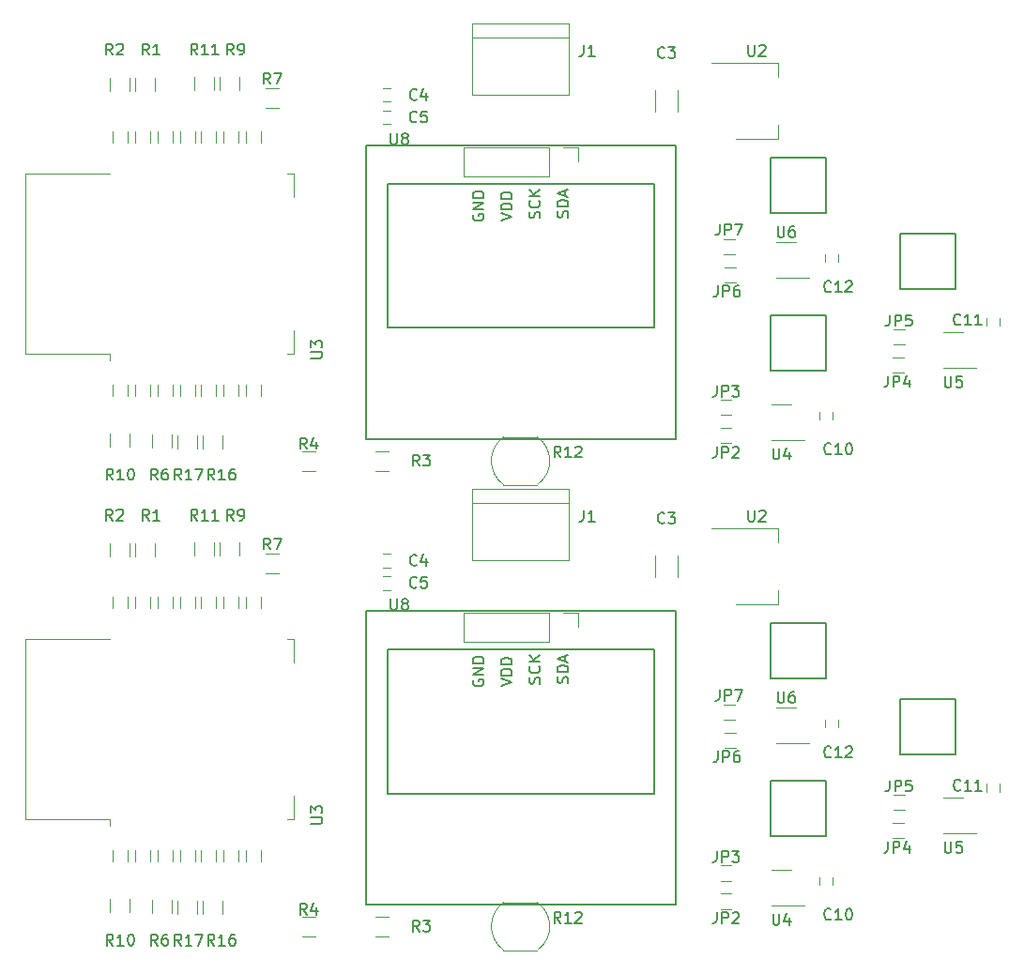
<source format=gto>
%MOIN*%
%OFA0B0*%
%FSLAX46Y46*%
%IPPOS*%
%LPD*%
%ADD10C,0.0047244094488188976*%
%ADD11C,0.005905511811023622*%
%ADD22C,0.0047244094488188976*%
%ADD23C,0.005905511811023622*%
%LPD*%
D10*
X0000192125Y0002160629D02*
X0000192125Y0002800000D01*
X0000192125Y0002800000D02*
X0000492125Y0002800000D01*
X0001122047Y0002800000D02*
X0001146456Y0002800000D01*
X0001146456Y0002800000D02*
X0001146456Y0002716535D01*
X0001146456Y0002244094D02*
X0001146456Y0002160629D01*
X0001146456Y0002160629D02*
X0001122047Y0002160629D01*
X0000492125Y0002160629D02*
X0000192125Y0002160629D01*
X0000492125Y0002160629D02*
X0000492125Y0002136614D01*
X0002155669Y0002895354D02*
X0002155669Y0002842992D01*
X0002103307Y0002895354D02*
X0002155669Y0002895354D01*
X0002053307Y0002895354D02*
X0002053307Y0002790629D01*
X0002053307Y0002790629D02*
X0001750944Y0002790629D01*
X0002053307Y0002895354D02*
X0001750944Y0002895354D01*
X0001750944Y0002895354D02*
X0001750944Y0002790629D01*
D11*
X0002504488Y0002902047D02*
X0001402125Y0002902047D01*
X0001402125Y0002902047D02*
X0001402125Y0001858740D01*
X0001402125Y0001858740D02*
X0002504488Y0001858740D01*
X0002504488Y0001858740D02*
X0002504488Y0002902047D01*
X0002425748Y0002764251D02*
X0001480866Y0002764251D01*
X0001480866Y0002764251D02*
X0001480866Y0002252440D01*
X0001480866Y0002252440D02*
X0002425748Y0002252440D01*
X0002425748Y0002252440D02*
X0002425748Y0002764251D01*
D10*
X0001463425Y0003023110D02*
X0001490984Y0003023110D01*
X0001490984Y0002975866D02*
X0001463425Y0002975866D01*
X0001490984Y0003055866D02*
X0001463425Y0003055866D01*
X0001463425Y0003103110D02*
X0001490984Y0003103110D01*
X0000795275Y0002050944D02*
X0000795275Y0002011574D01*
X0000741732Y0002011574D02*
X0000741732Y0002050944D01*
X0000976732Y0002911574D02*
X0000976732Y0002950944D01*
X0001030275Y0002950944D02*
X0001030275Y0002911574D01*
X0000870275Y0002050944D02*
X0000870275Y0002011574D01*
X0000816732Y0002011574D02*
X0000816732Y0002050944D01*
X0001030275Y0002050944D02*
X0001030275Y0002011574D01*
X0000976732Y0002011574D02*
X0000976732Y0002050944D01*
X0000950275Y0002050944D02*
X0000950275Y0002011574D01*
X0000896732Y0002011574D02*
X0000896732Y0002050944D01*
X0000661732Y0002911574D02*
X0000661732Y0002950944D01*
X0000715275Y0002950944D02*
X0000715275Y0002911574D01*
X0000741732Y0002911574D02*
X0000741732Y0002950944D01*
X0000795275Y0002950944D02*
X0000795275Y0002911574D01*
X0000581732Y0002911574D02*
X0000581732Y0002950944D01*
X0000635275Y0002950944D02*
X0000635275Y0002911574D01*
X0000896732Y0002911574D02*
X0000896732Y0002950944D01*
X0000950275Y0002950944D02*
X0000950275Y0002911574D01*
X0000501732Y0002911574D02*
X0000501732Y0002950944D01*
X0000555275Y0002950944D02*
X0000555275Y0002911574D01*
X0000816732Y0002911574D02*
X0000816732Y0002950944D01*
X0000870275Y0002950944D02*
X0000870275Y0002911574D01*
X0000581732Y0002011574D02*
X0000581732Y0002050944D01*
X0000635275Y0002050944D02*
X0000635275Y0002011574D01*
X0000661732Y0002011574D02*
X0000661732Y0002050944D01*
X0000715275Y0002050944D02*
X0000715275Y0002011574D01*
X0000501732Y0002011574D02*
X0000501732Y0002050944D01*
X0000555275Y0002050944D02*
X0000555275Y0002011574D01*
X0002711496Y0002514834D02*
X0002672125Y0002514834D01*
X0002672125Y0002568377D02*
X0002711496Y0002568377D01*
X0002714803Y0002414834D02*
X0002675433Y0002414834D01*
X0002675433Y0002468377D02*
X0002714803Y0002468377D01*
X0003315511Y0002193543D02*
X0003276141Y0002193543D01*
X0003276141Y0002247086D02*
X0003315511Y0002247086D01*
X0003311574Y0002093543D02*
X0003272204Y0002093543D01*
X0003272204Y0002147086D02*
X0003311574Y0002147086D01*
X0002701338Y0001942362D02*
X0002661968Y0001942362D01*
X0002661968Y0001995905D02*
X0002701338Y0001995905D01*
X0002701338Y0001842362D02*
X0002661968Y0001842362D01*
X0002661968Y0001895905D02*
X0002701338Y0001895905D01*
X0002509448Y0003019842D02*
X0002509448Y0003098582D01*
X0002429133Y0003098582D02*
X0002429133Y0003019842D01*
X0003059606Y0001954094D02*
X0003059606Y0001926535D01*
X0003012362Y0001926535D02*
X0003012362Y0001954094D01*
X0003605669Y0002259133D02*
X0003605669Y0002286692D01*
X0003652913Y0002286692D02*
X0003652913Y0002259133D01*
X0003031496Y0002486535D02*
X0003031496Y0002514094D01*
X0003078740Y0002514094D02*
X0003078740Y0002486535D01*
X0002123622Y0003332874D02*
X0002123622Y0003080511D01*
X0001781102Y0003284448D02*
X0002123622Y0003284448D01*
X0001781102Y0003080511D02*
X0001781102Y0003332874D01*
X0002123622Y0003080511D02*
X0001781102Y0003080511D01*
X0002123622Y0003332874D02*
X0001781102Y0003332874D01*
D11*
X0002839159Y0002101914D02*
X0002839159Y0002298714D01*
X0003035959Y0002101914D02*
X0002839159Y0002101914D01*
X0003035959Y0002298714D02*
X0003035959Y0002101914D01*
X0002839159Y0002298714D02*
X0003035959Y0002298714D01*
X0003300891Y0002587061D02*
X0003497691Y0002587061D01*
X0003497691Y0002587061D02*
X0003497691Y0002390261D01*
X0003497691Y0002390261D02*
X0003300891Y0002390261D01*
X0003300891Y0002390261D02*
X0003300891Y0002587061D01*
X0002839159Y0002661914D02*
X0002839159Y0002858714D01*
X0003035959Y0002661914D02*
X0002839159Y0002661914D01*
X0003035959Y0002858714D02*
X0003035959Y0002661914D01*
X0002839159Y0002858714D02*
X0003035959Y0002858714D01*
D10*
X0000653937Y0003140787D02*
X0000653937Y0003093543D01*
X0000584645Y0003093543D02*
X0000584645Y0003140787D01*
X0000563937Y0003140787D02*
X0000563937Y0003093543D01*
X0000494645Y0003093543D02*
X0000494645Y0003140787D01*
X0001482913Y0001745669D02*
X0001435669Y0001745669D01*
X0001435669Y0001814960D02*
X0001482913Y0001814960D01*
X0001175669Y0001814960D02*
X0001222913Y0001814960D01*
X0001222913Y0001745669D02*
X0001175669Y0001745669D01*
X0000644645Y0001826692D02*
X0000644645Y0001873937D01*
X0000713937Y0001873937D02*
X0000713937Y0001826692D01*
X0001045669Y0003104960D02*
X0001092913Y0003104960D01*
X0001092913Y0003035669D02*
X0001045669Y0003035669D01*
X0000884645Y0003096692D02*
X0000884645Y0003143937D01*
X0000953937Y0003143937D02*
X0000953937Y0003096692D01*
X0000563937Y0001877086D02*
X0000563937Y0001829842D01*
X0000494645Y0001829842D02*
X0000494645Y0001877086D01*
X0000863937Y0003143937D02*
X0000863937Y0003096692D01*
X0000794645Y0003096692D02*
X0000794645Y0003143937D01*
X0002013169Y0001696919D02*
G75*
G03X0002011417Y0001864960I-0000060807J0000083395D01*
G01*
X0001892195Y0001865571D02*
G75*
G03X0001891338Y0001695669I0000060166J-0000085256D01*
G01*
X0001891338Y0001864960D02*
X0002011417Y0001864960D01*
X0001891338Y0001695669D02*
X0002011417Y0001695669D01*
X0000824645Y0001823543D02*
X0000824645Y0001870787D01*
X0000893937Y0001870787D02*
X0000893937Y0001823543D01*
X0000803937Y0001870787D02*
X0000803937Y0001823543D01*
X0000734645Y0001823543D02*
X0000734645Y0001870787D01*
X0002628976Y0003193464D02*
X0002865590Y0003193464D01*
X0002717559Y0002924960D02*
X0002865590Y0002924960D01*
X0002865590Y0003193464D02*
X0002865590Y0003143858D01*
X0002865590Y0002924960D02*
X0002865590Y0002974566D01*
X0002913937Y0001981181D02*
X0002843070Y0001981181D01*
X0002843070Y0001854409D02*
X0002959212Y0001854409D01*
X0003453307Y0002110314D02*
X0003569448Y0002110314D01*
X0003524173Y0002237086D02*
X0003453307Y0002237086D01*
X0002859685Y0002429480D02*
X0002975826Y0002429480D01*
X0002930551Y0002556251D02*
X0002859685Y0002556251D01*
D11*
X0001207731Y0002145318D02*
X0001239602Y0002145318D01*
X0001243352Y0002147193D01*
X0001245226Y0002149068D01*
X0001247101Y0002152817D01*
X0001247101Y0002160316D01*
X0001245226Y0002164066D01*
X0001243352Y0002165941D01*
X0001239602Y0002167815D01*
X0001207731Y0002167815D01*
X0001207731Y0002182814D02*
X0001207731Y0002207185D01*
X0001222729Y0002194062D01*
X0001222729Y0002199686D01*
X0001224604Y0002203436D01*
X0001226479Y0002205311D01*
X0001230228Y0002207185D01*
X0001239602Y0002207185D01*
X0001243352Y0002205311D01*
X0001245226Y0002203436D01*
X0001247101Y0002199686D01*
X0001247101Y0002188438D01*
X0001245226Y0002184688D01*
X0001243352Y0002182814D01*
X0001490239Y0002943292D02*
X0001490239Y0002911421D01*
X0001492114Y0002907671D01*
X0001493989Y0002905796D01*
X0001497738Y0002903922D01*
X0001505238Y0002903922D01*
X0001508987Y0002905796D01*
X0001510862Y0002907671D01*
X0001512737Y0002911421D01*
X0001512737Y0002943292D01*
X0001537109Y0002926419D02*
X0001533359Y0002928293D01*
X0001531484Y0002930168D01*
X0001529610Y0002933918D01*
X0001529610Y0002935793D01*
X0001531484Y0002939542D01*
X0001533359Y0002941417D01*
X0001537109Y0002943292D01*
X0001544608Y0002943292D01*
X0001548357Y0002941417D01*
X0001550232Y0002939542D01*
X0001552107Y0002935793D01*
X0001552107Y0002933918D01*
X0001550232Y0002930168D01*
X0001548357Y0002928293D01*
X0001544608Y0002926419D01*
X0001537109Y0002926419D01*
X0001533359Y0002924544D01*
X0001531484Y0002922669D01*
X0001529610Y0002918920D01*
X0001529610Y0002911421D01*
X0001531484Y0002907671D01*
X0001533359Y0002905796D01*
X0001537109Y0002903922D01*
X0001544608Y0002903922D01*
X0001548357Y0002905796D01*
X0001550232Y0002907671D01*
X0001552107Y0002911421D01*
X0001552107Y0002918920D01*
X0001550232Y0002922669D01*
X0001548357Y0002924544D01*
X0001544608Y0002926419D01*
X0001783622Y0002655515D02*
X0001781747Y0002651766D01*
X0001781747Y0002646141D01*
X0001783622Y0002640517D01*
X0001787371Y0002636767D01*
X0001791121Y0002634893D01*
X0001798620Y0002633018D01*
X0001804244Y0002633018D01*
X0001811743Y0002634893D01*
X0001815493Y0002636767D01*
X0001819242Y0002640517D01*
X0001821117Y0002646141D01*
X0001821117Y0002649891D01*
X0001819242Y0002655515D01*
X0001817367Y0002657390D01*
X0001804244Y0002657390D01*
X0001804244Y0002649891D01*
X0001821117Y0002674263D02*
X0001781747Y0002674263D01*
X0001821117Y0002696760D01*
X0001781747Y0002696760D01*
X0001821117Y0002715508D02*
X0001781747Y0002715508D01*
X0001781747Y0002724881D01*
X0001783622Y0002730506D01*
X0001787371Y0002734255D01*
X0001791121Y0002736130D01*
X0001798620Y0002738005D01*
X0001804244Y0002738005D01*
X0001811743Y0002736130D01*
X0001815493Y0002734255D01*
X0001819242Y0002730506D01*
X0001821117Y0002724881D01*
X0001821117Y0002715508D01*
X0001881747Y0002633018D02*
X0001921117Y0002646141D01*
X0001881747Y0002659265D01*
X0001921117Y0002672388D02*
X0001881747Y0002672388D01*
X0001881747Y0002681762D01*
X0001883622Y0002687386D01*
X0001887371Y0002691136D01*
X0001891121Y0002693010D01*
X0001898620Y0002694885D01*
X0001904244Y0002694885D01*
X0001911743Y0002693010D01*
X0001915493Y0002691136D01*
X0001919242Y0002687386D01*
X0001921117Y0002681762D01*
X0001921117Y0002672388D01*
X0001921117Y0002711758D02*
X0001881747Y0002711758D01*
X0001881747Y0002721132D01*
X0001883622Y0002726756D01*
X0001887371Y0002730506D01*
X0001891121Y0002732380D01*
X0001898620Y0002734255D01*
X0001904244Y0002734255D01*
X0001911743Y0002732380D01*
X0001915493Y0002730506D01*
X0001919242Y0002726756D01*
X0001921117Y0002721132D01*
X0001921117Y0002711758D01*
X0002119242Y0002645185D02*
X0002121117Y0002650809D01*
X0002121117Y0002660183D01*
X0002119242Y0002663933D01*
X0002117367Y0002665808D01*
X0002113618Y0002667682D01*
X0002109868Y0002667682D01*
X0002106119Y0002665808D01*
X0002104244Y0002663933D01*
X0002102369Y0002660183D01*
X0002100494Y0002652684D01*
X0002098620Y0002648935D01*
X0002096745Y0002647060D01*
X0002092995Y0002645185D01*
X0002089246Y0002645185D01*
X0002085496Y0002647060D01*
X0002083622Y0002648935D01*
X0002081747Y0002652684D01*
X0002081747Y0002662058D01*
X0002083622Y0002667682D01*
X0002121117Y0002684555D02*
X0002081747Y0002684555D01*
X0002081747Y0002693929D01*
X0002083622Y0002699553D01*
X0002087371Y0002703303D01*
X0002091121Y0002705178D01*
X0002098620Y0002707052D01*
X0002104244Y0002707052D01*
X0002111743Y0002705178D01*
X0002115493Y0002703303D01*
X0002119242Y0002699553D01*
X0002121117Y0002693929D01*
X0002121117Y0002684555D01*
X0002109868Y0002722051D02*
X0002109868Y0002740798D01*
X0002121117Y0002718301D02*
X0002081747Y0002731424D01*
X0002121117Y0002744548D01*
X0002019242Y0002642373D02*
X0002021117Y0002647997D01*
X0002021117Y0002657371D01*
X0002019242Y0002661121D01*
X0002017367Y0002662995D01*
X0002013618Y0002664870D01*
X0002009868Y0002664870D01*
X0002006119Y0002662995D01*
X0002004244Y0002661121D01*
X0002002369Y0002657371D01*
X0002000494Y0002649872D01*
X0001998620Y0002646122D01*
X0001996745Y0002644248D01*
X0001992995Y0002642373D01*
X0001989246Y0002642373D01*
X0001985496Y0002644248D01*
X0001983622Y0002646122D01*
X0001981747Y0002649872D01*
X0001981747Y0002659246D01*
X0001983622Y0002664870D01*
X0002017367Y0002704240D02*
X0002019242Y0002702365D01*
X0002021117Y0002696741D01*
X0002021117Y0002692992D01*
X0002019242Y0002687367D01*
X0002015493Y0002683618D01*
X0002011743Y0002681743D01*
X0002004244Y0002679868D01*
X0001998620Y0002679868D01*
X0001991121Y0002681743D01*
X0001987371Y0002683618D01*
X0001983622Y0002687367D01*
X0001981747Y0002692992D01*
X0001981747Y0002696741D01*
X0001983622Y0002702365D01*
X0001985496Y0002704240D01*
X0002021117Y0002721113D02*
X0001981747Y0002721113D01*
X0002021117Y0002743610D02*
X0001998620Y0002726737D01*
X0001981747Y0002743610D02*
X0002004244Y0002721113D01*
X0001582729Y0002986254D02*
X0001580854Y0002984379D01*
X0001575230Y0002982504D01*
X0001571481Y0002982504D01*
X0001565856Y0002984379D01*
X0001562107Y0002988129D01*
X0001560232Y0002991878D01*
X0001558357Y0002999377D01*
X0001558357Y0003005001D01*
X0001560232Y0003012500D01*
X0001562107Y0003016250D01*
X0001565856Y0003020000D01*
X0001571481Y0003021874D01*
X0001575230Y0003021874D01*
X0001580854Y0003020000D01*
X0001582729Y0003018125D01*
X0001618350Y0003021874D02*
X0001599602Y0003021874D01*
X0001597727Y0003003127D01*
X0001599602Y0003005001D01*
X0001603352Y0003006876D01*
X0001612725Y0003006876D01*
X0001616475Y0003005001D01*
X0001618350Y0003003127D01*
X0001620224Y0002999377D01*
X0001620224Y0002990003D01*
X0001618350Y0002986254D01*
X0001616475Y0002984379D01*
X0001612725Y0002982504D01*
X0001603352Y0002982504D01*
X0001599602Y0002984379D01*
X0001597727Y0002986254D01*
X0001582729Y0003065427D02*
X0001580854Y0003063552D01*
X0001575230Y0003061677D01*
X0001571481Y0003061677D01*
X0001565856Y0003063552D01*
X0001562107Y0003067302D01*
X0001560232Y0003071051D01*
X0001558357Y0003078550D01*
X0001558357Y0003084175D01*
X0001560232Y0003091674D01*
X0001562107Y0003095423D01*
X0001565856Y0003099173D01*
X0001571481Y0003101048D01*
X0001575230Y0003101048D01*
X0001580854Y0003099173D01*
X0001582729Y0003097298D01*
X0001616475Y0003087924D02*
X0001616475Y0003061677D01*
X0001607101Y0003102922D02*
X0001597727Y0003074801D01*
X0001622099Y0003074801D01*
X0002659002Y0002621874D02*
X0002659002Y0002593753D01*
X0002657127Y0002588129D01*
X0002653378Y0002584379D01*
X0002647754Y0002582504D01*
X0002644004Y0002582504D01*
X0002677750Y0002582504D02*
X0002677750Y0002621874D01*
X0002692748Y0002621874D01*
X0002696497Y0002620000D01*
X0002698372Y0002618125D01*
X0002700247Y0002614375D01*
X0002700247Y0002608751D01*
X0002698372Y0002605001D01*
X0002696497Y0002603127D01*
X0002692748Y0002601252D01*
X0002677750Y0002601252D01*
X0002713370Y0002621874D02*
X0002739617Y0002621874D01*
X0002722744Y0002582504D01*
X0002652309Y0002403166D02*
X0002652309Y0002375044D01*
X0002650434Y0002369420D01*
X0002646685Y0002365670D01*
X0002641061Y0002363796D01*
X0002637311Y0002363796D01*
X0002671057Y0002363796D02*
X0002671057Y0002403166D01*
X0002686055Y0002403166D01*
X0002689805Y0002401291D01*
X0002691679Y0002399416D01*
X0002693554Y0002395667D01*
X0002693554Y0002390042D01*
X0002691679Y0002386293D01*
X0002689805Y0002384418D01*
X0002686055Y0002382543D01*
X0002671057Y0002382543D01*
X0002727300Y0002403166D02*
X0002719801Y0002403166D01*
X0002716051Y0002401291D01*
X0002714176Y0002399416D01*
X0002710427Y0002393792D01*
X0002708552Y0002386293D01*
X0002708552Y0002371295D01*
X0002710427Y0002367545D01*
X0002712302Y0002365670D01*
X0002716051Y0002363796D01*
X0002723550Y0002363796D01*
X0002727300Y0002365670D01*
X0002729175Y0002367545D01*
X0002731049Y0002371295D01*
X0002731049Y0002380668D01*
X0002729175Y0002384418D01*
X0002727300Y0002386293D01*
X0002723550Y0002388167D01*
X0002716051Y0002388167D01*
X0002712302Y0002386293D01*
X0002710427Y0002384418D01*
X0002708552Y0002380668D01*
X0003263018Y0002298961D02*
X0003263018Y0002270839D01*
X0003261143Y0002265215D01*
X0003257394Y0002261466D01*
X0003251769Y0002259591D01*
X0003248020Y0002259591D01*
X0003281766Y0002259591D02*
X0003281766Y0002298961D01*
X0003296764Y0002298961D01*
X0003300513Y0002297086D01*
X0003302388Y0002295211D01*
X0003304263Y0002291462D01*
X0003304263Y0002285838D01*
X0003302388Y0002282088D01*
X0003300513Y0002280213D01*
X0003296764Y0002278338D01*
X0003281766Y0002278338D01*
X0003339883Y0002298961D02*
X0003321136Y0002298961D01*
X0003319261Y0002280213D01*
X0003321136Y0002282088D01*
X0003324885Y0002283963D01*
X0003334259Y0002283963D01*
X0003338008Y0002282088D01*
X0003339883Y0002280213D01*
X0003341758Y0002276464D01*
X0003341758Y0002267090D01*
X0003339883Y0002263340D01*
X0003338008Y0002261466D01*
X0003334259Y0002259591D01*
X0003324885Y0002259591D01*
X0003321136Y0002261466D01*
X0003319261Y0002263340D01*
X0003256482Y0002081874D02*
X0003256482Y0002053753D01*
X0003254608Y0002048129D01*
X0003250858Y0002044379D01*
X0003245234Y0002042504D01*
X0003241484Y0002042504D01*
X0003275230Y0002042504D02*
X0003275230Y0002081874D01*
X0003290228Y0002081874D01*
X0003293978Y0002080000D01*
X0003295852Y0002078125D01*
X0003297727Y0002074375D01*
X0003297727Y0002068751D01*
X0003295852Y0002065001D01*
X0003293978Y0002063127D01*
X0003290228Y0002061252D01*
X0003275230Y0002061252D01*
X0003331473Y0002068751D02*
X0003331473Y0002042504D01*
X0003322099Y0002083749D02*
X0003312725Y0002055628D01*
X0003337097Y0002055628D01*
X0002648845Y0002047780D02*
X0002648845Y0002019658D01*
X0002646970Y0002014034D01*
X0002643220Y0002010285D01*
X0002637596Y0002008410D01*
X0002633847Y0002008410D01*
X0002667592Y0002008410D02*
X0002667592Y0002047780D01*
X0002682590Y0002047780D01*
X0002686340Y0002045905D01*
X0002688215Y0002044030D01*
X0002690089Y0002040281D01*
X0002690089Y0002034656D01*
X0002688215Y0002030907D01*
X0002686340Y0002029032D01*
X0002682590Y0002027157D01*
X0002667592Y0002027157D01*
X0002703213Y0002047780D02*
X0002727585Y0002047780D01*
X0002714461Y0002032782D01*
X0002720086Y0002032782D01*
X0002723835Y0002030907D01*
X0002725710Y0002029032D01*
X0002727585Y0002025283D01*
X0002727585Y0002015909D01*
X0002725710Y0002012159D01*
X0002723835Y0002010285D01*
X0002720086Y0002008410D01*
X0002708837Y0002008410D01*
X0002705088Y0002010285D01*
X0002703213Y0002012159D01*
X0002648845Y0001830693D02*
X0002648845Y0001802572D01*
X0002646970Y0001796947D01*
X0002643220Y0001793198D01*
X0002637596Y0001791323D01*
X0002633847Y0001791323D01*
X0002667592Y0001791323D02*
X0002667592Y0001830693D01*
X0002682590Y0001830693D01*
X0002686340Y0001828818D01*
X0002688215Y0001826944D01*
X0002690089Y0001823194D01*
X0002690089Y0001817570D01*
X0002688215Y0001813820D01*
X0002686340Y0001811946D01*
X0002682590Y0001810071D01*
X0002667592Y0001810071D01*
X0002705088Y0001826944D02*
X0002706962Y0001828818D01*
X0002710712Y0001830693D01*
X0002720086Y0001830693D01*
X0002723835Y0001828818D01*
X0002725710Y0001826944D01*
X0002727585Y0001823194D01*
X0002727585Y0001819445D01*
X0002725710Y0001813820D01*
X0002703213Y0001791323D01*
X0002727585Y0001791323D01*
X0002462729Y0003215151D02*
X0002460854Y0003213277D01*
X0002455230Y0003211402D01*
X0002451481Y0003211402D01*
X0002445856Y0003213277D01*
X0002442107Y0003217026D01*
X0002440232Y0003220776D01*
X0002438357Y0003228275D01*
X0002438357Y0003233899D01*
X0002440232Y0003241398D01*
X0002442107Y0003245148D01*
X0002445856Y0003248897D01*
X0002451481Y0003250772D01*
X0002455230Y0003250772D01*
X0002460854Y0003248897D01*
X0002462729Y0003247022D01*
X0002475852Y0003250772D02*
X0002500224Y0003250772D01*
X0002487101Y0003235774D01*
X0002492725Y0003235774D01*
X0002496475Y0003233899D01*
X0002498350Y0003232024D01*
X0002500224Y0003228275D01*
X0002500224Y0003218901D01*
X0002498350Y0003215151D01*
X0002496475Y0003213277D01*
X0002492725Y0003211402D01*
X0002481477Y0003211402D01*
X0002477727Y0003213277D01*
X0002475852Y0003215151D01*
X0003053981Y0001807435D02*
X0003052107Y0001805560D01*
X0003046482Y0001803685D01*
X0003042733Y0001803685D01*
X0003037109Y0001805560D01*
X0003033359Y0001809310D01*
X0003031484Y0001813059D01*
X0003029610Y0001820558D01*
X0003029610Y0001826182D01*
X0003031484Y0001833682D01*
X0003033359Y0001837431D01*
X0003037109Y0001841181D01*
X0003042733Y0001843055D01*
X0003046482Y0001843055D01*
X0003052107Y0001841181D01*
X0003053981Y0001839306D01*
X0003091477Y0001803685D02*
X0003068980Y0001803685D01*
X0003080228Y0001803685D02*
X0003080228Y0001843055D01*
X0003076479Y0001837431D01*
X0003072729Y0001833682D01*
X0003068980Y0001831807D01*
X0003115849Y0001843055D02*
X0003119598Y0001843055D01*
X0003123348Y0001841181D01*
X0003125223Y0001839306D01*
X0003127097Y0001835556D01*
X0003128972Y0001828057D01*
X0003128972Y0001818683D01*
X0003127097Y0001811184D01*
X0003125223Y0001807435D01*
X0003123348Y0001805560D01*
X0003119598Y0001803685D01*
X0003115849Y0001803685D01*
X0003112099Y0001805560D01*
X0003110224Y0001807435D01*
X0003108350Y0001811184D01*
X0003106475Y0001818683D01*
X0003106475Y0001828057D01*
X0003108350Y0001835556D01*
X0003110224Y0001839306D01*
X0003112099Y0001841181D01*
X0003115849Y0001843055D01*
X0003513981Y0002266254D02*
X0003512107Y0002264379D01*
X0003506482Y0002262504D01*
X0003502733Y0002262504D01*
X0003497109Y0002264379D01*
X0003493359Y0002268129D01*
X0003491484Y0002271878D01*
X0003489610Y0002279377D01*
X0003489610Y0002285001D01*
X0003491484Y0002292500D01*
X0003493359Y0002296250D01*
X0003497109Y0002300000D01*
X0003502733Y0002301874D01*
X0003506482Y0002301874D01*
X0003512107Y0002300000D01*
X0003513981Y0002298125D01*
X0003551477Y0002262504D02*
X0003528980Y0002262504D01*
X0003540228Y0002262504D02*
X0003540228Y0002301874D01*
X0003536479Y0002296250D01*
X0003532729Y0002292500D01*
X0003528980Y0002290626D01*
X0003588972Y0002262504D02*
X0003566475Y0002262504D01*
X0003577724Y0002262504D02*
X0003577724Y0002301874D01*
X0003573974Y0002296250D01*
X0003570224Y0002292500D01*
X0003566475Y0002290626D01*
X0003053981Y0002383703D02*
X0003052107Y0002381828D01*
X0003046482Y0002379953D01*
X0003042733Y0002379953D01*
X0003037109Y0002381828D01*
X0003033359Y0002385577D01*
X0003031484Y0002389327D01*
X0003029610Y0002396826D01*
X0003029610Y0002402450D01*
X0003031484Y0002409949D01*
X0003033359Y0002413699D01*
X0003037109Y0002417448D01*
X0003042733Y0002419323D01*
X0003046482Y0002419323D01*
X0003052107Y0002417448D01*
X0003053981Y0002415574D01*
X0003091477Y0002379953D02*
X0003068980Y0002379953D01*
X0003080228Y0002379953D02*
X0003080228Y0002419323D01*
X0003076479Y0002413699D01*
X0003072729Y0002409949D01*
X0003068980Y0002408075D01*
X0003106475Y0002415574D02*
X0003108350Y0002417448D01*
X0003112099Y0002419323D01*
X0003121473Y0002419323D01*
X0003125223Y0002417448D01*
X0003127097Y0002415574D01*
X0003128972Y0002411824D01*
X0003128972Y0002408075D01*
X0003127097Y0002402450D01*
X0003104600Y0002379953D01*
X0003128972Y0002379953D01*
X0002176404Y0003258252D02*
X0002176404Y0003230131D01*
X0002174529Y0003224506D01*
X0002170779Y0003220757D01*
X0002165155Y0003218882D01*
X0002161406Y0003218882D01*
X0002215774Y0003218882D02*
X0002193277Y0003218882D01*
X0002204525Y0003218882D02*
X0002204525Y0003258252D01*
X0002200776Y0003252628D01*
X0002197026Y0003248878D01*
X0002193277Y0003247004D01*
X0000632729Y0003222504D02*
X0000619606Y0003241252D01*
X0000610232Y0003222504D02*
X0000610232Y0003261874D01*
X0000625230Y0003261874D01*
X0000628980Y0003260000D01*
X0000630854Y0003258125D01*
X0000632729Y0003254375D01*
X0000632729Y0003248751D01*
X0000630854Y0003245001D01*
X0000628980Y0003243127D01*
X0000625230Y0003241252D01*
X0000610232Y0003241252D01*
X0000670224Y0003222504D02*
X0000647727Y0003222504D01*
X0000658976Y0003222504D02*
X0000658976Y0003261874D01*
X0000655226Y0003256250D01*
X0000651477Y0003252500D01*
X0000647727Y0003250626D01*
X0000502729Y0003222504D02*
X0000489606Y0003241252D01*
X0000480232Y0003222504D02*
X0000480232Y0003261874D01*
X0000495230Y0003261874D01*
X0000498980Y0003260000D01*
X0000500854Y0003258125D01*
X0000502729Y0003254375D01*
X0000502729Y0003248751D01*
X0000500854Y0003245001D01*
X0000498980Y0003243127D01*
X0000495230Y0003241252D01*
X0000480232Y0003241252D01*
X0000517727Y0003258125D02*
X0000519602Y0003260000D01*
X0000523352Y0003261874D01*
X0000532725Y0003261874D01*
X0000536475Y0003260000D01*
X0000538350Y0003258125D01*
X0000540224Y0003254375D01*
X0000540224Y0003250626D01*
X0000538350Y0003245001D01*
X0000515852Y0003222504D01*
X0000540224Y0003222504D01*
X0001592729Y0001762504D02*
X0001579606Y0001781252D01*
X0001570232Y0001762504D02*
X0001570232Y0001801874D01*
X0001585230Y0001801874D01*
X0001588980Y0001800000D01*
X0001590854Y0001798125D01*
X0001592729Y0001794375D01*
X0001592729Y0001788751D01*
X0001590854Y0001785001D01*
X0001588980Y0001783127D01*
X0001585230Y0001781252D01*
X0001570232Y0001781252D01*
X0001605852Y0001801874D02*
X0001630224Y0001801874D01*
X0001617101Y0001786876D01*
X0001622725Y0001786876D01*
X0001626475Y0001785001D01*
X0001628350Y0001783127D01*
X0001630224Y0001779377D01*
X0001630224Y0001770003D01*
X0001628350Y0001766254D01*
X0001626475Y0001764379D01*
X0001622725Y0001762504D01*
X0001611477Y0001762504D01*
X0001607727Y0001764379D01*
X0001605852Y0001766254D01*
X0001192729Y0001822504D02*
X0001179606Y0001841252D01*
X0001170232Y0001822504D02*
X0001170232Y0001861874D01*
X0001185230Y0001861874D01*
X0001188980Y0001860000D01*
X0001190854Y0001858125D01*
X0001192729Y0001854375D01*
X0001192729Y0001848751D01*
X0001190854Y0001845001D01*
X0001188980Y0001843127D01*
X0001185230Y0001841252D01*
X0001170232Y0001841252D01*
X0001226475Y0001848751D02*
X0001226475Y0001822504D01*
X0001217101Y0001863749D02*
X0001207727Y0001835628D01*
X0001232099Y0001835628D01*
X0000662729Y0001712504D02*
X0000649606Y0001731252D01*
X0000640232Y0001712504D02*
X0000640232Y0001751874D01*
X0000655230Y0001751874D01*
X0000658980Y0001750000D01*
X0000660854Y0001748125D01*
X0000662729Y0001744375D01*
X0000662729Y0001738751D01*
X0000660854Y0001735001D01*
X0000658980Y0001733127D01*
X0000655230Y0001731252D01*
X0000640232Y0001731252D01*
X0000696475Y0001751874D02*
X0000688976Y0001751874D01*
X0000685226Y0001750000D01*
X0000683352Y0001748125D01*
X0000679602Y0001742500D01*
X0000677727Y0001735001D01*
X0000677727Y0001720003D01*
X0000679602Y0001716254D01*
X0000681477Y0001714379D01*
X0000685226Y0001712504D01*
X0000692725Y0001712504D01*
X0000696475Y0001714379D01*
X0000698350Y0001716254D01*
X0000700224Y0001720003D01*
X0000700224Y0001729377D01*
X0000698350Y0001733127D01*
X0000696475Y0001735001D01*
X0000692725Y0001736876D01*
X0000685226Y0001736876D01*
X0000681477Y0001735001D01*
X0000679602Y0001733127D01*
X0000677727Y0001729377D01*
X0001062729Y0003119433D02*
X0001049606Y0003138181D01*
X0001040232Y0003119433D02*
X0001040232Y0003158803D01*
X0001055230Y0003158803D01*
X0001058980Y0003156929D01*
X0001060854Y0003155054D01*
X0001062729Y0003151304D01*
X0001062729Y0003145680D01*
X0001060854Y0003141931D01*
X0001058980Y0003140056D01*
X0001055230Y0003138181D01*
X0001040232Y0003138181D01*
X0001075852Y0003158803D02*
X0001102099Y0003158803D01*
X0001085226Y0003119433D01*
X0000932729Y0003222504D02*
X0000919606Y0003241252D01*
X0000910232Y0003222504D02*
X0000910232Y0003261874D01*
X0000925230Y0003261874D01*
X0000928980Y0003260000D01*
X0000930854Y0003258125D01*
X0000932729Y0003254375D01*
X0000932729Y0003248751D01*
X0000930854Y0003245001D01*
X0000928980Y0003243127D01*
X0000925230Y0003241252D01*
X0000910232Y0003241252D01*
X0000951477Y0003222504D02*
X0000958976Y0003222504D01*
X0000962725Y0003224379D01*
X0000964600Y0003226254D01*
X0000968350Y0003231878D01*
X0000970224Y0003239377D01*
X0000970224Y0003254375D01*
X0000968350Y0003258125D01*
X0000966475Y0003260000D01*
X0000962725Y0003261874D01*
X0000955226Y0003261874D01*
X0000951477Y0003260000D01*
X0000949602Y0003258125D01*
X0000947727Y0003254375D01*
X0000947727Y0003245001D01*
X0000949602Y0003241252D01*
X0000951477Y0003239377D01*
X0000955226Y0003237502D01*
X0000962725Y0003237502D01*
X0000966475Y0003239377D01*
X0000968350Y0003241252D01*
X0000970224Y0003245001D01*
X0000503981Y0001712504D02*
X0000490858Y0001731252D01*
X0000481484Y0001712504D02*
X0000481484Y0001751874D01*
X0000496482Y0001751874D01*
X0000500232Y0001750000D01*
X0000502107Y0001748125D01*
X0000503981Y0001744375D01*
X0000503981Y0001738751D01*
X0000502107Y0001735001D01*
X0000500232Y0001733127D01*
X0000496482Y0001731252D01*
X0000481484Y0001731252D01*
X0000541477Y0001712504D02*
X0000518980Y0001712504D01*
X0000530228Y0001712504D02*
X0000530228Y0001751874D01*
X0000526479Y0001746250D01*
X0000522729Y0001742500D01*
X0000518980Y0001740626D01*
X0000565849Y0001751874D02*
X0000569598Y0001751874D01*
X0000573348Y0001750000D01*
X0000575223Y0001748125D01*
X0000577097Y0001744375D01*
X0000578972Y0001736876D01*
X0000578972Y0001727502D01*
X0000577097Y0001720003D01*
X0000575223Y0001716254D01*
X0000573348Y0001714379D01*
X0000569598Y0001712504D01*
X0000565849Y0001712504D01*
X0000562099Y0001714379D01*
X0000560224Y0001716254D01*
X0000558350Y0001720003D01*
X0000556475Y0001727502D01*
X0000556475Y0001736876D01*
X0000558350Y0001744375D01*
X0000560224Y0001748125D01*
X0000562099Y0001750000D01*
X0000565849Y0001751874D01*
X0000803981Y0003222504D02*
X0000790858Y0003241252D01*
X0000781484Y0003222504D02*
X0000781484Y0003261874D01*
X0000796482Y0003261874D01*
X0000800232Y0003260000D01*
X0000802107Y0003258125D01*
X0000803981Y0003254375D01*
X0000803981Y0003248751D01*
X0000802107Y0003245001D01*
X0000800232Y0003243127D01*
X0000796482Y0003241252D01*
X0000781484Y0003241252D01*
X0000841477Y0003222504D02*
X0000818980Y0003222504D01*
X0000830228Y0003222504D02*
X0000830228Y0003261874D01*
X0000826479Y0003256250D01*
X0000822729Y0003252500D01*
X0000818980Y0003250626D01*
X0000878972Y0003222504D02*
X0000856475Y0003222504D01*
X0000867724Y0003222504D02*
X0000867724Y0003261874D01*
X0000863974Y0003256250D01*
X0000860224Y0003252500D01*
X0000856475Y0003250626D01*
X0002093981Y0001792504D02*
X0002080858Y0001811252D01*
X0002071484Y0001792504D02*
X0002071484Y0001831874D01*
X0002086482Y0001831874D01*
X0002090232Y0001830000D01*
X0002092107Y0001828125D01*
X0002093981Y0001824375D01*
X0002093981Y0001818751D01*
X0002092107Y0001815001D01*
X0002090232Y0001813127D01*
X0002086482Y0001811252D01*
X0002071484Y0001811252D01*
X0002131477Y0001792504D02*
X0002108980Y0001792504D01*
X0002120228Y0001792504D02*
X0002120228Y0001831874D01*
X0002116479Y0001826250D01*
X0002112729Y0001822500D01*
X0002108980Y0001820626D01*
X0002146475Y0001828125D02*
X0002148350Y0001830000D01*
X0002152099Y0001831874D01*
X0002161473Y0001831874D01*
X0002165223Y0001830000D01*
X0002167097Y0001828125D01*
X0002168972Y0001824375D01*
X0002168972Y0001820626D01*
X0002167097Y0001815001D01*
X0002144600Y0001792504D01*
X0002168972Y0001792504D01*
X0000863981Y0001712504D02*
X0000850858Y0001731252D01*
X0000841484Y0001712504D02*
X0000841484Y0001751874D01*
X0000856482Y0001751874D01*
X0000860232Y0001750000D01*
X0000862107Y0001748125D01*
X0000863981Y0001744375D01*
X0000863981Y0001738751D01*
X0000862107Y0001735001D01*
X0000860232Y0001733127D01*
X0000856482Y0001731252D01*
X0000841484Y0001731252D01*
X0000901477Y0001712504D02*
X0000878980Y0001712504D01*
X0000890228Y0001712504D02*
X0000890228Y0001751874D01*
X0000886479Y0001746250D01*
X0000882729Y0001742500D01*
X0000878980Y0001740626D01*
X0000935223Y0001751874D02*
X0000927724Y0001751874D01*
X0000923974Y0001750000D01*
X0000922099Y0001748125D01*
X0000918350Y0001742500D01*
X0000916475Y0001735001D01*
X0000916475Y0001720003D01*
X0000918350Y0001716254D01*
X0000920224Y0001714379D01*
X0000923974Y0001712504D01*
X0000931473Y0001712504D01*
X0000935223Y0001714379D01*
X0000937097Y0001716254D01*
X0000938972Y0001720003D01*
X0000938972Y0001729377D01*
X0000937097Y0001733127D01*
X0000935223Y0001735001D01*
X0000931473Y0001736876D01*
X0000923974Y0001736876D01*
X0000920224Y0001735001D01*
X0000918350Y0001733127D01*
X0000916475Y0001729377D01*
X0000746895Y0001712504D02*
X0000733772Y0001731252D01*
X0000724398Y0001712504D02*
X0000724398Y0001751874D01*
X0000739396Y0001751874D01*
X0000743145Y0001750000D01*
X0000745020Y0001748125D01*
X0000746895Y0001744375D01*
X0000746895Y0001738751D01*
X0000745020Y0001735001D01*
X0000743145Y0001733127D01*
X0000739396Y0001731252D01*
X0000724398Y0001731252D01*
X0000784390Y0001712504D02*
X0000761893Y0001712504D01*
X0000773142Y0001712504D02*
X0000773142Y0001751874D01*
X0000769392Y0001746250D01*
X0000765643Y0001742500D01*
X0000761893Y0001740626D01*
X0000797514Y0001751874D02*
X0000823760Y0001751874D01*
X0000806887Y0001712504D01*
X0002760397Y0003257937D02*
X0002760397Y0003226066D01*
X0002762272Y0003222317D01*
X0002764146Y0003220442D01*
X0002767896Y0003218567D01*
X0002775395Y0003218567D01*
X0002779145Y0003220442D01*
X0002781019Y0003222317D01*
X0002782894Y0003226066D01*
X0002782894Y0003257937D01*
X0002799767Y0003254188D02*
X0002801642Y0003256062D01*
X0002805391Y0003257937D01*
X0002814765Y0003257937D01*
X0002818515Y0003256062D01*
X0002820389Y0003254188D01*
X0002822264Y0003250438D01*
X0002822264Y0003246689D01*
X0002820389Y0003241064D01*
X0002797892Y0003218567D01*
X0002822264Y0003218567D01*
X0002848507Y0001825181D02*
X0002848507Y0001793310D01*
X0002850382Y0001789561D01*
X0002852257Y0001787686D01*
X0002856006Y0001785811D01*
X0002863505Y0001785811D01*
X0002867255Y0001787686D01*
X0002869130Y0001789561D01*
X0002871004Y0001793310D01*
X0002871004Y0001825181D01*
X0002906625Y0001812058D02*
X0002906625Y0001785811D01*
X0002897251Y0001827056D02*
X0002887877Y0001798935D01*
X0002912249Y0001798935D01*
X0003458743Y0002081087D02*
X0003458743Y0002049216D01*
X0003460618Y0002045466D01*
X0003462493Y0002043592D01*
X0003466242Y0002041717D01*
X0003473742Y0002041717D01*
X0003477491Y0002043592D01*
X0003479366Y0002045466D01*
X0003481241Y0002049216D01*
X0003481241Y0002081087D01*
X0003518736Y0002081087D02*
X0003499988Y0002081087D01*
X0003498113Y0002062339D01*
X0003499988Y0002064214D01*
X0003503738Y0002066089D01*
X0003513112Y0002066089D01*
X0003516861Y0002064214D01*
X0003518736Y0002062339D01*
X0003520611Y0002058590D01*
X0003520611Y0002049216D01*
X0003518736Y0002045466D01*
X0003516861Y0002043592D01*
X0003513112Y0002041717D01*
X0003503738Y0002041717D01*
X0003499988Y0002043592D01*
X0003498113Y0002045466D01*
X0002865121Y0002614425D02*
X0002865121Y0002582554D01*
X0002866996Y0002578805D01*
X0002868871Y0002576930D01*
X0002872620Y0002575055D01*
X0002880119Y0002575055D01*
X0002883869Y0002576930D01*
X0002885744Y0002578805D01*
X0002887619Y0002582554D01*
X0002887619Y0002614425D01*
X0002923239Y0002614425D02*
X0002915740Y0002614425D01*
X0002911990Y0002612551D01*
X0002910116Y0002610676D01*
X0002906366Y0002605052D01*
X0002904491Y0002597553D01*
X0002904491Y0002582554D01*
X0002906366Y0002578805D01*
X0002908241Y0002576930D01*
X0002911990Y0002575055D01*
X0002919490Y0002575055D01*
X0002923239Y0002576930D01*
X0002925114Y0002578805D01*
X0002926989Y0002582554D01*
X0002926989Y0002591928D01*
X0002925114Y0002595678D01*
X0002923239Y0002597553D01*
X0002919490Y0002599427D01*
X0002911990Y0002599427D01*
X0002908241Y0002597553D01*
X0002906366Y0002595678D01*
X0002904491Y0002591928D01*
G04 next file*
%LPD*%
G04 #@! TF.GenerationSoftware,KiCad,Pcbnew,(5.1.0)-1*
G04 #@! TF.CreationDate,2020-04-13T11:23:52+02:00*
G04 #@! TF.ProjectId,objet_chambre,6f626a65-745f-4636-9861-6d6272652e6b,rev?*
G04 #@! TF.SameCoordinates,PX9fa1b90PY2b1e160*
G04 #@! TF.FileFunction,Legend,Top*
G04 #@! TF.FilePolarity,Positive*
G04 Gerber Fmt 4.6, Leading zero omitted, Abs format (unit mm)*
G04 Created by KiCad (PCBNEW (5.1.0)-1) date 2020-04-13 11:23:52*
G04 APERTURE LIST*
G04 APERTURE END LIST*
D22*
X0000192125Y0000507086D02*
X0000192125Y0001146456D01*
X0000192125Y0001146456D02*
X0000492125Y0001146456D01*
X0001122047Y0001146456D02*
X0001146456Y0001146456D01*
X0001146456Y0001146456D02*
X0001146456Y0001062992D01*
X0001146456Y0000590551D02*
X0001146456Y0000507086D01*
X0001146456Y0000507086D02*
X0001122047Y0000507086D01*
X0000492125Y0000507086D02*
X0000192125Y0000507086D01*
X0000492125Y0000507086D02*
X0000492125Y0000483070D01*
X0002155669Y0001241811D02*
X0002155669Y0001189448D01*
X0002103307Y0001241811D02*
X0002155669Y0001241811D01*
X0002053307Y0001241811D02*
X0002053307Y0001137086D01*
X0002053307Y0001137086D02*
X0001750944Y0001137086D01*
X0002053307Y0001241811D02*
X0001750944Y0001241811D01*
X0001750944Y0001241811D02*
X0001750944Y0001137086D01*
D23*
X0002504488Y0001248503D02*
X0001402125Y0001248503D01*
X0001402125Y0001248503D02*
X0001402125Y0000205196D01*
X0001402125Y0000205196D02*
X0002504488Y0000205196D01*
X0002504488Y0000205196D02*
X0002504488Y0001248503D01*
X0002425748Y0001110708D02*
X0001480866Y0001110708D01*
X0001480866Y0001110708D02*
X0001480866Y0000598897D01*
X0001480866Y0000598897D02*
X0002425748Y0000598897D01*
X0002425748Y0000598897D02*
X0002425748Y0001110708D01*
D22*
X0001463425Y0001369566D02*
X0001490984Y0001369566D01*
X0001490984Y0001322322D02*
X0001463425Y0001322322D01*
X0001490984Y0001402322D02*
X0001463425Y0001402322D01*
X0001463425Y0001449566D02*
X0001490984Y0001449566D01*
X0000795275Y0000397401D02*
X0000795275Y0000358031D01*
X0000741732Y0000358031D02*
X0000741732Y0000397401D01*
X0000976732Y0001258031D02*
X0000976732Y0001297401D01*
X0001030275Y0001297401D02*
X0001030275Y0001258031D01*
X0000870275Y0000397401D02*
X0000870275Y0000358031D01*
X0000816732Y0000358031D02*
X0000816732Y0000397401D01*
X0001030275Y0000397401D02*
X0001030275Y0000358031D01*
X0000976732Y0000358031D02*
X0000976732Y0000397401D01*
X0000950275Y0000397401D02*
X0000950275Y0000358031D01*
X0000896732Y0000358031D02*
X0000896732Y0000397401D01*
X0000661732Y0001258031D02*
X0000661732Y0001297401D01*
X0000715275Y0001297401D02*
X0000715275Y0001258031D01*
X0000741732Y0001258031D02*
X0000741732Y0001297401D01*
X0000795275Y0001297401D02*
X0000795275Y0001258031D01*
X0000581732Y0001258031D02*
X0000581732Y0001297401D01*
X0000635275Y0001297401D02*
X0000635275Y0001258031D01*
X0000896732Y0001258031D02*
X0000896732Y0001297401D01*
X0000950275Y0001297401D02*
X0000950275Y0001258031D01*
X0000501732Y0001258031D02*
X0000501732Y0001297401D01*
X0000555275Y0001297401D02*
X0000555275Y0001258031D01*
X0000816732Y0001258031D02*
X0000816732Y0001297401D01*
X0000870275Y0001297401D02*
X0000870275Y0001258031D01*
X0000581732Y0000358031D02*
X0000581732Y0000397401D01*
X0000635275Y0000397401D02*
X0000635275Y0000358031D01*
X0000661732Y0000358031D02*
X0000661732Y0000397401D01*
X0000715275Y0000397401D02*
X0000715275Y0000358031D01*
X0000501732Y0000358031D02*
X0000501732Y0000397401D01*
X0000555275Y0000397401D02*
X0000555275Y0000358031D01*
X0002711496Y0000861291D02*
X0002672125Y0000861291D01*
X0002672125Y0000914834D02*
X0002711496Y0000914834D01*
X0002714803Y0000761291D02*
X0002675433Y0000761291D01*
X0002675433Y0000814834D02*
X0002714803Y0000814834D01*
X0003315511Y0000540000D02*
X0003276141Y0000540000D01*
X0003276141Y0000593543D02*
X0003315511Y0000593543D01*
X0003311574Y0000440000D02*
X0003272204Y0000440000D01*
X0003272204Y0000493543D02*
X0003311574Y0000493543D01*
X0002701338Y0000288818D02*
X0002661968Y0000288818D01*
X0002661968Y0000342362D02*
X0002701338Y0000342362D01*
X0002701338Y0000188818D02*
X0002661968Y0000188818D01*
X0002661968Y0000242362D02*
X0002701338Y0000242362D01*
X0002509448Y0001366299D02*
X0002509448Y0001445039D01*
X0002429133Y0001445039D02*
X0002429133Y0001366299D01*
X0003059606Y0000300551D02*
X0003059606Y0000272992D01*
X0003012362Y0000272992D02*
X0003012362Y0000300551D01*
X0003605669Y0000605590D02*
X0003605669Y0000633149D01*
X0003652913Y0000633149D02*
X0003652913Y0000605590D01*
X0003031496Y0000832992D02*
X0003031496Y0000860551D01*
X0003078740Y0000860551D02*
X0003078740Y0000832992D01*
X0002123622Y0001679330D02*
X0002123622Y0001426968D01*
X0001781102Y0001630905D02*
X0002123622Y0001630905D01*
X0001781102Y0001426968D02*
X0001781102Y0001679330D01*
X0002123622Y0001426968D02*
X0001781102Y0001426968D01*
X0002123622Y0001679330D02*
X0001781102Y0001679330D01*
D23*
X0002839159Y0000448371D02*
X0002839159Y0000645171D01*
X0003035959Y0000448371D02*
X0002839159Y0000448371D01*
X0003035959Y0000645171D02*
X0003035959Y0000448371D01*
X0002839159Y0000645171D02*
X0003035959Y0000645171D01*
X0003300891Y0000933518D02*
X0003497691Y0000933518D01*
X0003497691Y0000933518D02*
X0003497691Y0000736718D01*
X0003497691Y0000736718D02*
X0003300891Y0000736718D01*
X0003300891Y0000736718D02*
X0003300891Y0000933518D01*
X0002839159Y0001008371D02*
X0002839159Y0001205171D01*
X0003035959Y0001008371D02*
X0002839159Y0001008371D01*
X0003035959Y0001205171D02*
X0003035959Y0001008371D01*
X0002839159Y0001205171D02*
X0003035959Y0001205171D01*
D22*
X0000653937Y0001487244D02*
X0000653937Y0001440000D01*
X0000584645Y0001440000D02*
X0000584645Y0001487244D01*
X0000563937Y0001487244D02*
X0000563937Y0001440000D01*
X0000494645Y0001440000D02*
X0000494645Y0001487244D01*
X0001482913Y0000092125D02*
X0001435669Y0000092125D01*
X0001435669Y0000161417D02*
X0001482913Y0000161417D01*
X0001175669Y0000161417D02*
X0001222913Y0000161417D01*
X0001222913Y0000092125D02*
X0001175669Y0000092125D01*
X0000644645Y0000173149D02*
X0000644645Y0000220393D01*
X0000713937Y0000220393D02*
X0000713937Y0000173149D01*
X0001045669Y0001451417D02*
X0001092913Y0001451417D01*
X0001092913Y0001382125D02*
X0001045669Y0001382125D01*
X0000884645Y0001443149D02*
X0000884645Y0001490393D01*
X0000953937Y0001490393D02*
X0000953937Y0001443149D01*
X0000563937Y0000223543D02*
X0000563937Y0000176299D01*
X0000494645Y0000176299D02*
X0000494645Y0000223543D01*
X0000863937Y0001490393D02*
X0000863937Y0001443149D01*
X0000794645Y0001443149D02*
X0000794645Y0001490393D01*
X0002013169Y0000043376D02*
G75*
G03X0002011417Y0000211417I-0000060807J0000083395D01*
G01*
X0001892195Y0000212028D02*
G75*
G03X0001891338Y0000042125I0000060166J-0000085256D01*
G01*
X0001891338Y0000211417D02*
X0002011417Y0000211417D01*
X0001891338Y0000042125D02*
X0002011417Y0000042125D01*
X0000824645Y0000169999D02*
X0000824645Y0000217244D01*
X0000893937Y0000217244D02*
X0000893937Y0000169999D01*
X0000803937Y0000217244D02*
X0000803937Y0000169999D01*
X0000734645Y0000169999D02*
X0000734645Y0000217244D01*
X0002628976Y0001539921D02*
X0002865590Y0001539921D01*
X0002717559Y0001271417D02*
X0002865590Y0001271417D01*
X0002865590Y0001539921D02*
X0002865590Y0001490314D01*
X0002865590Y0001271417D02*
X0002865590Y0001321023D01*
X0002913937Y0000327637D02*
X0002843070Y0000327637D01*
X0002843070Y0000200866D02*
X0002959212Y0000200866D01*
X0003453307Y0000456771D02*
X0003569448Y0000456771D01*
X0003524173Y0000583543D02*
X0003453307Y0000583543D01*
X0002859685Y0000775937D02*
X0002975826Y0000775937D01*
X0002930551Y0000902708D02*
X0002859685Y0000902708D01*
D23*
X0001207731Y0000491775D02*
X0001239602Y0000491775D01*
X0001243352Y0000493650D01*
X0001245226Y0000495524D01*
X0001247101Y0000499274D01*
X0001247101Y0000506773D01*
X0001245226Y0000510523D01*
X0001243352Y0000512397D01*
X0001239602Y0000514272D01*
X0001207731Y0000514272D01*
X0001207731Y0000529270D02*
X0001207731Y0000553642D01*
X0001222729Y0000540519D01*
X0001222729Y0000546143D01*
X0001224604Y0000549893D01*
X0001226479Y0000551767D01*
X0001230228Y0000553642D01*
X0001239602Y0000553642D01*
X0001243352Y0000551767D01*
X0001245226Y0000549893D01*
X0001247101Y0000546143D01*
X0001247101Y0000534895D01*
X0001245226Y0000531145D01*
X0001243352Y0000529270D01*
X0001490239Y0001289748D02*
X0001490239Y0001257877D01*
X0001492114Y0001254128D01*
X0001493989Y0001252253D01*
X0001497738Y0001250378D01*
X0001505238Y0001250378D01*
X0001508987Y0001252253D01*
X0001510862Y0001254128D01*
X0001512737Y0001257877D01*
X0001512737Y0001289748D01*
X0001537109Y0001272875D02*
X0001533359Y0001274750D01*
X0001531484Y0001276625D01*
X0001529610Y0001280374D01*
X0001529610Y0001282249D01*
X0001531484Y0001285999D01*
X0001533359Y0001287874D01*
X0001537109Y0001289748D01*
X0001544608Y0001289748D01*
X0001548357Y0001287874D01*
X0001550232Y0001285999D01*
X0001552107Y0001282249D01*
X0001552107Y0001280374D01*
X0001550232Y0001276625D01*
X0001548357Y0001274750D01*
X0001544608Y0001272875D01*
X0001537109Y0001272875D01*
X0001533359Y0001271001D01*
X0001531484Y0001269126D01*
X0001529610Y0001265376D01*
X0001529610Y0001257877D01*
X0001531484Y0001254128D01*
X0001533359Y0001252253D01*
X0001537109Y0001250378D01*
X0001544608Y0001250378D01*
X0001548357Y0001252253D01*
X0001550232Y0001254128D01*
X0001552107Y0001257877D01*
X0001552107Y0001265376D01*
X0001550232Y0001269126D01*
X0001548357Y0001271001D01*
X0001544608Y0001272875D01*
X0001783622Y0001001972D02*
X0001781747Y0000998222D01*
X0001781747Y0000992598D01*
X0001783622Y0000986974D01*
X0001787371Y0000983224D01*
X0001791121Y0000981349D01*
X0001798620Y0000979475D01*
X0001804244Y0000979475D01*
X0001811743Y0000981349D01*
X0001815493Y0000983224D01*
X0001819242Y0000986974D01*
X0001821117Y0000992598D01*
X0001821117Y0000996347D01*
X0001819242Y0001001972D01*
X0001817367Y0001003847D01*
X0001804244Y0001003847D01*
X0001804244Y0000996347D01*
X0001821117Y0001020719D02*
X0001781747Y0001020719D01*
X0001821117Y0001043217D01*
X0001781747Y0001043217D01*
X0001821117Y0001061964D02*
X0001781747Y0001061964D01*
X0001781747Y0001071338D01*
X0001783622Y0001076962D01*
X0001787371Y0001080712D01*
X0001791121Y0001082587D01*
X0001798620Y0001084461D01*
X0001804244Y0001084461D01*
X0001811743Y0001082587D01*
X0001815493Y0001080712D01*
X0001819242Y0001076962D01*
X0001821117Y0001071338D01*
X0001821117Y0001061964D01*
X0001881747Y0000979475D02*
X0001921117Y0000992598D01*
X0001881747Y0001005721D01*
X0001921117Y0001018845D02*
X0001881747Y0001018845D01*
X0001881747Y0001028218D01*
X0001883622Y0001033843D01*
X0001887371Y0001037592D01*
X0001891121Y0001039467D01*
X0001898620Y0001041342D01*
X0001904244Y0001041342D01*
X0001911743Y0001039467D01*
X0001915493Y0001037592D01*
X0001919242Y0001033843D01*
X0001921117Y0001028218D01*
X0001921117Y0001018845D01*
X0001921117Y0001058215D02*
X0001881747Y0001058215D01*
X0001881747Y0001067589D01*
X0001883622Y0001073213D01*
X0001887371Y0001076962D01*
X0001891121Y0001078837D01*
X0001898620Y0001080712D01*
X0001904244Y0001080712D01*
X0001911743Y0001078837D01*
X0001915493Y0001076962D01*
X0001919242Y0001073213D01*
X0001921117Y0001067589D01*
X0001921117Y0001058215D01*
X0002119242Y0000991642D02*
X0002121117Y0000997266D01*
X0002121117Y0001006640D01*
X0002119242Y0001010389D01*
X0002117367Y0001012264D01*
X0002113618Y0001014139D01*
X0002109868Y0001014139D01*
X0002106119Y0001012264D01*
X0002104244Y0001010389D01*
X0002102369Y0001006640D01*
X0002100494Y0000999141D01*
X0002098620Y0000995391D01*
X0002096745Y0000993517D01*
X0002092995Y0000991642D01*
X0002089246Y0000991642D01*
X0002085496Y0000993517D01*
X0002083622Y0000995391D01*
X0002081747Y0000999141D01*
X0002081747Y0001008515D01*
X0002083622Y0001014139D01*
X0002121117Y0001031012D02*
X0002081747Y0001031012D01*
X0002081747Y0001040386D01*
X0002083622Y0001046010D01*
X0002087371Y0001049760D01*
X0002091121Y0001051634D01*
X0002098620Y0001053509D01*
X0002104244Y0001053509D01*
X0002111743Y0001051634D01*
X0002115493Y0001049760D01*
X0002119242Y0001046010D01*
X0002121117Y0001040386D01*
X0002121117Y0001031012D01*
X0002109868Y0001068507D02*
X0002109868Y0001087255D01*
X0002121117Y0001064758D02*
X0002081747Y0001077881D01*
X0002121117Y0001091004D01*
X0002019242Y0000988830D02*
X0002021117Y0000994454D01*
X0002021117Y0001003828D01*
X0002019242Y0001007577D01*
X0002017367Y0001009452D01*
X0002013618Y0001011327D01*
X0002009868Y0001011327D01*
X0002006119Y0001009452D01*
X0002004244Y0001007577D01*
X0002002369Y0001003828D01*
X0002000494Y0000996329D01*
X0001998620Y0000992579D01*
X0001996745Y0000990704D01*
X0001992995Y0000988830D01*
X0001989246Y0000988830D01*
X0001985496Y0000990704D01*
X0001983622Y0000992579D01*
X0001981747Y0000996329D01*
X0001981747Y0001005703D01*
X0001983622Y0001011327D01*
X0002017367Y0001050697D02*
X0002019242Y0001048822D01*
X0002021117Y0001043198D01*
X0002021117Y0001039448D01*
X0002019242Y0001033824D01*
X0002015493Y0001030075D01*
X0002011743Y0001028200D01*
X0002004244Y0001026325D01*
X0001998620Y0001026325D01*
X0001991121Y0001028200D01*
X0001987371Y0001030075D01*
X0001983622Y0001033824D01*
X0001981747Y0001039448D01*
X0001981747Y0001043198D01*
X0001983622Y0001048822D01*
X0001985496Y0001050697D01*
X0002021117Y0001067570D02*
X0001981747Y0001067570D01*
X0002021117Y0001090067D02*
X0001998620Y0001073194D01*
X0001981747Y0001090067D02*
X0002004244Y0001067570D01*
X0001582729Y0001332710D02*
X0001580854Y0001330836D01*
X0001575230Y0001328961D01*
X0001571481Y0001328961D01*
X0001565856Y0001330836D01*
X0001562107Y0001334585D01*
X0001560232Y0001338335D01*
X0001558357Y0001345834D01*
X0001558357Y0001351458D01*
X0001560232Y0001358957D01*
X0001562107Y0001362707D01*
X0001565856Y0001366456D01*
X0001571481Y0001368331D01*
X0001575230Y0001368331D01*
X0001580854Y0001366456D01*
X0001582729Y0001364581D01*
X0001618350Y0001368331D02*
X0001599602Y0001368331D01*
X0001597727Y0001349583D01*
X0001599602Y0001351458D01*
X0001603352Y0001353333D01*
X0001612725Y0001353333D01*
X0001616475Y0001351458D01*
X0001618350Y0001349583D01*
X0001620224Y0001345834D01*
X0001620224Y0001336460D01*
X0001618350Y0001332710D01*
X0001616475Y0001330836D01*
X0001612725Y0001328961D01*
X0001603352Y0001328961D01*
X0001599602Y0001330836D01*
X0001597727Y0001332710D01*
X0001582729Y0001411884D02*
X0001580854Y0001410009D01*
X0001575230Y0001408134D01*
X0001571481Y0001408134D01*
X0001565856Y0001410009D01*
X0001562107Y0001413758D01*
X0001560232Y0001417508D01*
X0001558357Y0001425007D01*
X0001558357Y0001430631D01*
X0001560232Y0001438130D01*
X0001562107Y0001441880D01*
X0001565856Y0001445629D01*
X0001571481Y0001447504D01*
X0001575230Y0001447504D01*
X0001580854Y0001445629D01*
X0001582729Y0001443755D01*
X0001616475Y0001434381D02*
X0001616475Y0001408134D01*
X0001607101Y0001449379D02*
X0001597727Y0001421257D01*
X0001622099Y0001421257D01*
X0002659002Y0000968331D02*
X0002659002Y0000940210D01*
X0002657127Y0000934585D01*
X0002653378Y0000930836D01*
X0002647754Y0000928961D01*
X0002644004Y0000928961D01*
X0002677750Y0000928961D02*
X0002677750Y0000968331D01*
X0002692748Y0000968331D01*
X0002696497Y0000966456D01*
X0002698372Y0000964581D01*
X0002700247Y0000960832D01*
X0002700247Y0000955208D01*
X0002698372Y0000951458D01*
X0002696497Y0000949583D01*
X0002692748Y0000947709D01*
X0002677750Y0000947709D01*
X0002713370Y0000968331D02*
X0002739617Y0000968331D01*
X0002722744Y0000928961D01*
X0002652309Y0000749622D02*
X0002652309Y0000721501D01*
X0002650434Y0000715877D01*
X0002646685Y0000712127D01*
X0002641061Y0000710252D01*
X0002637311Y0000710252D01*
X0002671057Y0000710252D02*
X0002671057Y0000749622D01*
X0002686055Y0000749622D01*
X0002689805Y0000747748D01*
X0002691679Y0000745873D01*
X0002693554Y0000742123D01*
X0002693554Y0000736499D01*
X0002691679Y0000732749D01*
X0002689805Y0000730875D01*
X0002686055Y0000729000D01*
X0002671057Y0000729000D01*
X0002727300Y0000749622D02*
X0002719801Y0000749622D01*
X0002716051Y0000747748D01*
X0002714176Y0000745873D01*
X0002710427Y0000740248D01*
X0002708552Y0000732749D01*
X0002708552Y0000717751D01*
X0002710427Y0000714002D01*
X0002712302Y0000712127D01*
X0002716051Y0000710252D01*
X0002723550Y0000710252D01*
X0002727300Y0000712127D01*
X0002729175Y0000714002D01*
X0002731049Y0000717751D01*
X0002731049Y0000727125D01*
X0002729175Y0000730875D01*
X0002727300Y0000732749D01*
X0002723550Y0000734624D01*
X0002716051Y0000734624D01*
X0002712302Y0000732749D01*
X0002710427Y0000730875D01*
X0002708552Y0000727125D01*
X0003263018Y0000645418D02*
X0003263018Y0000617296D01*
X0003261143Y0000611672D01*
X0003257394Y0000607922D01*
X0003251769Y0000606048D01*
X0003248020Y0000606048D01*
X0003281766Y0000606048D02*
X0003281766Y0000645418D01*
X0003296764Y0000645418D01*
X0003300513Y0000643543D01*
X0003302388Y0000641668D01*
X0003304263Y0000637919D01*
X0003304263Y0000632294D01*
X0003302388Y0000628545D01*
X0003300513Y0000626670D01*
X0003296764Y0000624795D01*
X0003281766Y0000624795D01*
X0003339883Y0000645418D02*
X0003321136Y0000645418D01*
X0003319261Y0000626670D01*
X0003321136Y0000628545D01*
X0003324885Y0000630419D01*
X0003334259Y0000630419D01*
X0003338008Y0000628545D01*
X0003339883Y0000626670D01*
X0003341758Y0000622920D01*
X0003341758Y0000613547D01*
X0003339883Y0000609797D01*
X0003338008Y0000607922D01*
X0003334259Y0000606048D01*
X0003324885Y0000606048D01*
X0003321136Y0000607922D01*
X0003319261Y0000609797D01*
X0003256482Y0000428331D02*
X0003256482Y0000400210D01*
X0003254608Y0000394585D01*
X0003250858Y0000390836D01*
X0003245234Y0000388961D01*
X0003241484Y0000388961D01*
X0003275230Y0000388961D02*
X0003275230Y0000428331D01*
X0003290228Y0000428331D01*
X0003293978Y0000426456D01*
X0003295852Y0000424581D01*
X0003297727Y0000420832D01*
X0003297727Y0000415208D01*
X0003295852Y0000411458D01*
X0003293978Y0000409583D01*
X0003290228Y0000407709D01*
X0003275230Y0000407709D01*
X0003331473Y0000415208D02*
X0003331473Y0000388961D01*
X0003322099Y0000430206D02*
X0003312725Y0000402084D01*
X0003337097Y0000402084D01*
X0002648845Y0000394237D02*
X0002648845Y0000366115D01*
X0002646970Y0000360491D01*
X0002643220Y0000356741D01*
X0002637596Y0000354866D01*
X0002633847Y0000354866D01*
X0002667592Y0000354866D02*
X0002667592Y0000394237D01*
X0002682590Y0000394237D01*
X0002686340Y0000392362D01*
X0002688215Y0000390487D01*
X0002690089Y0000386737D01*
X0002690089Y0000381113D01*
X0002688215Y0000377364D01*
X0002686340Y0000375489D01*
X0002682590Y0000373614D01*
X0002667592Y0000373614D01*
X0002703213Y0000394237D02*
X0002727585Y0000394237D01*
X0002714461Y0000379238D01*
X0002720086Y0000379238D01*
X0002723835Y0000377364D01*
X0002725710Y0000375489D01*
X0002727585Y0000371739D01*
X0002727585Y0000362365D01*
X0002725710Y0000358616D01*
X0002723835Y0000356741D01*
X0002720086Y0000354866D01*
X0002708837Y0000354866D01*
X0002705088Y0000356741D01*
X0002703213Y0000358616D01*
X0002648845Y0000177150D02*
X0002648845Y0000149028D01*
X0002646970Y0000143404D01*
X0002643220Y0000139655D01*
X0002637596Y0000137780D01*
X0002633847Y0000137780D01*
X0002667592Y0000137780D02*
X0002667592Y0000177150D01*
X0002682590Y0000177150D01*
X0002686340Y0000175275D01*
X0002688215Y0000173400D01*
X0002690089Y0000169651D01*
X0002690089Y0000164026D01*
X0002688215Y0000160277D01*
X0002686340Y0000158402D01*
X0002682590Y0000156527D01*
X0002667592Y0000156527D01*
X0002705088Y0000173400D02*
X0002706962Y0000175275D01*
X0002710712Y0000177150D01*
X0002720086Y0000177150D01*
X0002723835Y0000175275D01*
X0002725710Y0000173400D01*
X0002727585Y0000169651D01*
X0002727585Y0000165901D01*
X0002725710Y0000160277D01*
X0002703213Y0000137780D01*
X0002727585Y0000137780D01*
X0002462729Y0001561608D02*
X0002460854Y0001559733D01*
X0002455230Y0001557859D01*
X0002451481Y0001557859D01*
X0002445856Y0001559733D01*
X0002442107Y0001563483D01*
X0002440232Y0001567232D01*
X0002438357Y0001574731D01*
X0002438357Y0001580356D01*
X0002440232Y0001587855D01*
X0002442107Y0001591604D01*
X0002445856Y0001595354D01*
X0002451481Y0001597229D01*
X0002455230Y0001597229D01*
X0002460854Y0001595354D01*
X0002462729Y0001593479D01*
X0002475852Y0001597229D02*
X0002500224Y0001597229D01*
X0002487101Y0001582230D01*
X0002492725Y0001582230D01*
X0002496475Y0001580356D01*
X0002498350Y0001578481D01*
X0002500224Y0001574731D01*
X0002500224Y0001565358D01*
X0002498350Y0001561608D01*
X0002496475Y0001559733D01*
X0002492725Y0001557859D01*
X0002481477Y0001557859D01*
X0002477727Y0001559733D01*
X0002475852Y0001561608D01*
X0003053981Y0000153892D02*
X0003052107Y0000152017D01*
X0003046482Y0000150142D01*
X0003042733Y0000150142D01*
X0003037109Y0000152017D01*
X0003033359Y0000155766D01*
X0003031484Y0000159516D01*
X0003029610Y0000167015D01*
X0003029610Y0000172639D01*
X0003031484Y0000180138D01*
X0003033359Y0000183888D01*
X0003037109Y0000187637D01*
X0003042733Y0000189512D01*
X0003046482Y0000189512D01*
X0003052107Y0000187637D01*
X0003053981Y0000185763D01*
X0003091477Y0000150142D02*
X0003068980Y0000150142D01*
X0003080228Y0000150142D02*
X0003080228Y0000189512D01*
X0003076479Y0000183888D01*
X0003072729Y0000180138D01*
X0003068980Y0000178263D01*
X0003115849Y0000189512D02*
X0003119598Y0000189512D01*
X0003123348Y0000187637D01*
X0003125223Y0000185763D01*
X0003127097Y0000182013D01*
X0003128972Y0000174514D01*
X0003128972Y0000165140D01*
X0003127097Y0000157641D01*
X0003125223Y0000153892D01*
X0003123348Y0000152017D01*
X0003119598Y0000150142D01*
X0003115849Y0000150142D01*
X0003112099Y0000152017D01*
X0003110224Y0000153892D01*
X0003108350Y0000157641D01*
X0003106475Y0000165140D01*
X0003106475Y0000174514D01*
X0003108350Y0000182013D01*
X0003110224Y0000185763D01*
X0003112099Y0000187637D01*
X0003115849Y0000189512D01*
X0003513981Y0000612710D02*
X0003512107Y0000610836D01*
X0003506482Y0000608961D01*
X0003502733Y0000608961D01*
X0003497109Y0000610836D01*
X0003493359Y0000614585D01*
X0003491484Y0000618335D01*
X0003489610Y0000625834D01*
X0003489610Y0000631458D01*
X0003491484Y0000638957D01*
X0003493359Y0000642707D01*
X0003497109Y0000646456D01*
X0003502733Y0000648331D01*
X0003506482Y0000648331D01*
X0003512107Y0000646456D01*
X0003513981Y0000644581D01*
X0003551477Y0000608961D02*
X0003528980Y0000608961D01*
X0003540228Y0000608961D02*
X0003540228Y0000648331D01*
X0003536479Y0000642707D01*
X0003532729Y0000638957D01*
X0003528980Y0000637082D01*
X0003588972Y0000608961D02*
X0003566475Y0000608961D01*
X0003577724Y0000608961D02*
X0003577724Y0000648331D01*
X0003573974Y0000642707D01*
X0003570224Y0000638957D01*
X0003566475Y0000637082D01*
X0003053981Y0000730159D02*
X0003052107Y0000728285D01*
X0003046482Y0000726410D01*
X0003042733Y0000726410D01*
X0003037109Y0000728285D01*
X0003033359Y0000732034D01*
X0003031484Y0000735784D01*
X0003029610Y0000743283D01*
X0003029610Y0000748907D01*
X0003031484Y0000756406D01*
X0003033359Y0000760155D01*
X0003037109Y0000763905D01*
X0003042733Y0000765780D01*
X0003046482Y0000765780D01*
X0003052107Y0000763905D01*
X0003053981Y0000762030D01*
X0003091477Y0000726410D02*
X0003068980Y0000726410D01*
X0003080228Y0000726410D02*
X0003080228Y0000765780D01*
X0003076479Y0000760155D01*
X0003072729Y0000756406D01*
X0003068980Y0000754531D01*
X0003106475Y0000762030D02*
X0003108350Y0000763905D01*
X0003112099Y0000765780D01*
X0003121473Y0000765780D01*
X0003125223Y0000763905D01*
X0003127097Y0000762030D01*
X0003128972Y0000758281D01*
X0003128972Y0000754531D01*
X0003127097Y0000748907D01*
X0003104600Y0000726410D01*
X0003128972Y0000726410D01*
X0002176404Y0001604709D02*
X0002176404Y0001576587D01*
X0002174529Y0001570963D01*
X0002170779Y0001567214D01*
X0002165155Y0001565339D01*
X0002161406Y0001565339D01*
X0002215774Y0001565339D02*
X0002193277Y0001565339D01*
X0002204525Y0001565339D02*
X0002204525Y0001604709D01*
X0002200776Y0001599085D01*
X0002197026Y0001595335D01*
X0002193277Y0001593460D01*
X0000632729Y0001568961D02*
X0000619606Y0001587709D01*
X0000610232Y0001568961D02*
X0000610232Y0001608331D01*
X0000625230Y0001608331D01*
X0000628980Y0001606456D01*
X0000630854Y0001604581D01*
X0000632729Y0001600832D01*
X0000632729Y0001595208D01*
X0000630854Y0001591458D01*
X0000628980Y0001589583D01*
X0000625230Y0001587709D01*
X0000610232Y0001587709D01*
X0000670224Y0001568961D02*
X0000647727Y0001568961D01*
X0000658976Y0001568961D02*
X0000658976Y0001608331D01*
X0000655226Y0001602707D01*
X0000651477Y0001598957D01*
X0000647727Y0001597082D01*
X0000502729Y0001568961D02*
X0000489606Y0001587709D01*
X0000480232Y0001568961D02*
X0000480232Y0001608331D01*
X0000495230Y0001608331D01*
X0000498980Y0001606456D01*
X0000500854Y0001604581D01*
X0000502729Y0001600832D01*
X0000502729Y0001595208D01*
X0000500854Y0001591458D01*
X0000498980Y0001589583D01*
X0000495230Y0001587709D01*
X0000480232Y0001587709D01*
X0000517727Y0001604581D02*
X0000519602Y0001606456D01*
X0000523352Y0001608331D01*
X0000532725Y0001608331D01*
X0000536475Y0001606456D01*
X0000538350Y0001604581D01*
X0000540224Y0001600832D01*
X0000540224Y0001597082D01*
X0000538350Y0001591458D01*
X0000515852Y0001568961D01*
X0000540224Y0001568961D01*
X0001592729Y0000108961D02*
X0001579606Y0000127709D01*
X0001570232Y0000108961D02*
X0001570232Y0000148331D01*
X0001585230Y0000148331D01*
X0001588980Y0000146456D01*
X0001590854Y0000144581D01*
X0001592729Y0000140832D01*
X0001592729Y0000135208D01*
X0001590854Y0000131458D01*
X0001588980Y0000129583D01*
X0001585230Y0000127709D01*
X0001570232Y0000127709D01*
X0001605852Y0000148331D02*
X0001630224Y0000148331D01*
X0001617101Y0000133333D01*
X0001622725Y0000133333D01*
X0001626475Y0000131458D01*
X0001628350Y0000129583D01*
X0001630224Y0000125834D01*
X0001630224Y0000116460D01*
X0001628350Y0000112710D01*
X0001626475Y0000110836D01*
X0001622725Y0000108961D01*
X0001611477Y0000108961D01*
X0001607727Y0000110836D01*
X0001605852Y0000112710D01*
X0001192729Y0000168961D02*
X0001179606Y0000187709D01*
X0001170232Y0000168961D02*
X0001170232Y0000208331D01*
X0001185230Y0000208331D01*
X0001188980Y0000206456D01*
X0001190854Y0000204581D01*
X0001192729Y0000200832D01*
X0001192729Y0000195208D01*
X0001190854Y0000191458D01*
X0001188980Y0000189583D01*
X0001185230Y0000187709D01*
X0001170232Y0000187709D01*
X0001226475Y0000195208D02*
X0001226475Y0000168961D01*
X0001217101Y0000210206D02*
X0001207727Y0000182084D01*
X0001232099Y0000182084D01*
X0000662729Y0000058961D02*
X0000649606Y0000077709D01*
X0000640232Y0000058961D02*
X0000640232Y0000098331D01*
X0000655230Y0000098331D01*
X0000658980Y0000096456D01*
X0000660854Y0000094581D01*
X0000662729Y0000090832D01*
X0000662729Y0000085208D01*
X0000660854Y0000081458D01*
X0000658980Y0000079583D01*
X0000655230Y0000077709D01*
X0000640232Y0000077709D01*
X0000696475Y0000098331D02*
X0000688976Y0000098331D01*
X0000685226Y0000096456D01*
X0000683352Y0000094581D01*
X0000679602Y0000088957D01*
X0000677727Y0000081458D01*
X0000677727Y0000066460D01*
X0000679602Y0000062710D01*
X0000681477Y0000060836D01*
X0000685226Y0000058961D01*
X0000692725Y0000058961D01*
X0000696475Y0000060836D01*
X0000698350Y0000062710D01*
X0000700224Y0000066460D01*
X0000700224Y0000075834D01*
X0000698350Y0000079583D01*
X0000696475Y0000081458D01*
X0000692725Y0000083333D01*
X0000685226Y0000083333D01*
X0000681477Y0000081458D01*
X0000679602Y0000079583D01*
X0000677727Y0000075834D01*
X0001062729Y0001465890D02*
X0001049606Y0001484638D01*
X0001040232Y0001465890D02*
X0001040232Y0001505260D01*
X0001055230Y0001505260D01*
X0001058980Y0001503385D01*
X0001060854Y0001501511D01*
X0001062729Y0001497761D01*
X0001062729Y0001492137D01*
X0001060854Y0001488387D01*
X0001058980Y0001486512D01*
X0001055230Y0001484638D01*
X0001040232Y0001484638D01*
X0001075852Y0001505260D02*
X0001102099Y0001505260D01*
X0001085226Y0001465890D01*
X0000932729Y0001568961D02*
X0000919606Y0001587709D01*
X0000910232Y0001568961D02*
X0000910232Y0001608331D01*
X0000925230Y0001608331D01*
X0000928980Y0001606456D01*
X0000930854Y0001604581D01*
X0000932729Y0001600832D01*
X0000932729Y0001595208D01*
X0000930854Y0001591458D01*
X0000928980Y0001589583D01*
X0000925230Y0001587709D01*
X0000910232Y0001587709D01*
X0000951477Y0001568961D02*
X0000958976Y0001568961D01*
X0000962725Y0001570836D01*
X0000964600Y0001572710D01*
X0000968350Y0001578335D01*
X0000970224Y0001585834D01*
X0000970224Y0001600832D01*
X0000968350Y0001604581D01*
X0000966475Y0001606456D01*
X0000962725Y0001608331D01*
X0000955226Y0001608331D01*
X0000951477Y0001606456D01*
X0000949602Y0001604581D01*
X0000947727Y0001600832D01*
X0000947727Y0001591458D01*
X0000949602Y0001587709D01*
X0000951477Y0001585834D01*
X0000955226Y0001583959D01*
X0000962725Y0001583959D01*
X0000966475Y0001585834D01*
X0000968350Y0001587709D01*
X0000970224Y0001591458D01*
X0000503981Y0000058961D02*
X0000490858Y0000077709D01*
X0000481484Y0000058961D02*
X0000481484Y0000098331D01*
X0000496482Y0000098331D01*
X0000500232Y0000096456D01*
X0000502107Y0000094581D01*
X0000503981Y0000090832D01*
X0000503981Y0000085208D01*
X0000502107Y0000081458D01*
X0000500232Y0000079583D01*
X0000496482Y0000077709D01*
X0000481484Y0000077709D01*
X0000541477Y0000058961D02*
X0000518980Y0000058961D01*
X0000530228Y0000058961D02*
X0000530228Y0000098331D01*
X0000526479Y0000092707D01*
X0000522729Y0000088957D01*
X0000518980Y0000087082D01*
X0000565849Y0000098331D02*
X0000569598Y0000098331D01*
X0000573348Y0000096456D01*
X0000575223Y0000094581D01*
X0000577097Y0000090832D01*
X0000578972Y0000083333D01*
X0000578972Y0000073959D01*
X0000577097Y0000066460D01*
X0000575223Y0000062710D01*
X0000573348Y0000060836D01*
X0000569598Y0000058961D01*
X0000565849Y0000058961D01*
X0000562099Y0000060836D01*
X0000560224Y0000062710D01*
X0000558350Y0000066460D01*
X0000556475Y0000073959D01*
X0000556475Y0000083333D01*
X0000558350Y0000090832D01*
X0000560224Y0000094581D01*
X0000562099Y0000096456D01*
X0000565849Y0000098331D01*
X0000803981Y0001568961D02*
X0000790858Y0001587709D01*
X0000781484Y0001568961D02*
X0000781484Y0001608331D01*
X0000796482Y0001608331D01*
X0000800232Y0001606456D01*
X0000802107Y0001604581D01*
X0000803981Y0001600832D01*
X0000803981Y0001595208D01*
X0000802107Y0001591458D01*
X0000800232Y0001589583D01*
X0000796482Y0001587709D01*
X0000781484Y0001587709D01*
X0000841477Y0001568961D02*
X0000818980Y0001568961D01*
X0000830228Y0001568961D02*
X0000830228Y0001608331D01*
X0000826479Y0001602707D01*
X0000822729Y0001598957D01*
X0000818980Y0001597082D01*
X0000878972Y0001568961D02*
X0000856475Y0001568961D01*
X0000867724Y0001568961D02*
X0000867724Y0001608331D01*
X0000863974Y0001602707D01*
X0000860224Y0001598957D01*
X0000856475Y0001597082D01*
X0002093981Y0000138961D02*
X0002080858Y0000157709D01*
X0002071484Y0000138961D02*
X0002071484Y0000178331D01*
X0002086482Y0000178331D01*
X0002090232Y0000176456D01*
X0002092107Y0000174581D01*
X0002093981Y0000170832D01*
X0002093981Y0000165208D01*
X0002092107Y0000161458D01*
X0002090232Y0000159583D01*
X0002086482Y0000157709D01*
X0002071484Y0000157709D01*
X0002131477Y0000138961D02*
X0002108980Y0000138961D01*
X0002120228Y0000138961D02*
X0002120228Y0000178331D01*
X0002116479Y0000172707D01*
X0002112729Y0000168957D01*
X0002108980Y0000167082D01*
X0002146475Y0000174581D02*
X0002148350Y0000176456D01*
X0002152099Y0000178331D01*
X0002161473Y0000178331D01*
X0002165223Y0000176456D01*
X0002167097Y0000174581D01*
X0002168972Y0000170832D01*
X0002168972Y0000167082D01*
X0002167097Y0000161458D01*
X0002144600Y0000138961D01*
X0002168972Y0000138961D01*
X0000863981Y0000058961D02*
X0000850858Y0000077709D01*
X0000841484Y0000058961D02*
X0000841484Y0000098331D01*
X0000856482Y0000098331D01*
X0000860232Y0000096456D01*
X0000862107Y0000094581D01*
X0000863981Y0000090832D01*
X0000863981Y0000085208D01*
X0000862107Y0000081458D01*
X0000860232Y0000079583D01*
X0000856482Y0000077709D01*
X0000841484Y0000077709D01*
X0000901477Y0000058961D02*
X0000878980Y0000058961D01*
X0000890228Y0000058961D02*
X0000890228Y0000098331D01*
X0000886479Y0000092707D01*
X0000882729Y0000088957D01*
X0000878980Y0000087082D01*
X0000935223Y0000098331D02*
X0000927724Y0000098331D01*
X0000923974Y0000096456D01*
X0000922099Y0000094581D01*
X0000918350Y0000088957D01*
X0000916475Y0000081458D01*
X0000916475Y0000066460D01*
X0000918350Y0000062710D01*
X0000920224Y0000060836D01*
X0000923974Y0000058961D01*
X0000931473Y0000058961D01*
X0000935223Y0000060836D01*
X0000937097Y0000062710D01*
X0000938972Y0000066460D01*
X0000938972Y0000075834D01*
X0000937097Y0000079583D01*
X0000935223Y0000081458D01*
X0000931473Y0000083333D01*
X0000923974Y0000083333D01*
X0000920224Y0000081458D01*
X0000918350Y0000079583D01*
X0000916475Y0000075834D01*
X0000746895Y0000058961D02*
X0000733772Y0000077709D01*
X0000724398Y0000058961D02*
X0000724398Y0000098331D01*
X0000739396Y0000098331D01*
X0000743145Y0000096456D01*
X0000745020Y0000094581D01*
X0000746895Y0000090832D01*
X0000746895Y0000085208D01*
X0000745020Y0000081458D01*
X0000743145Y0000079583D01*
X0000739396Y0000077709D01*
X0000724398Y0000077709D01*
X0000784390Y0000058961D02*
X0000761893Y0000058961D01*
X0000773142Y0000058961D02*
X0000773142Y0000098331D01*
X0000769392Y0000092707D01*
X0000765643Y0000088957D01*
X0000761893Y0000087082D01*
X0000797514Y0000098331D02*
X0000823760Y0000098331D01*
X0000806887Y0000058961D01*
X0002760397Y0001604394D02*
X0002760397Y0001572523D01*
X0002762272Y0001568773D01*
X0002764146Y0001566899D01*
X0002767896Y0001565024D01*
X0002775395Y0001565024D01*
X0002779145Y0001566899D01*
X0002781019Y0001568773D01*
X0002782894Y0001572523D01*
X0002782894Y0001604394D01*
X0002799767Y0001600644D02*
X0002801642Y0001602519D01*
X0002805391Y0001604394D01*
X0002814765Y0001604394D01*
X0002818515Y0001602519D01*
X0002820389Y0001600644D01*
X0002822264Y0001596895D01*
X0002822264Y0001593145D01*
X0002820389Y0001587521D01*
X0002797892Y0001565024D01*
X0002822264Y0001565024D01*
X0002848507Y0000171638D02*
X0002848507Y0000139767D01*
X0002850382Y0000136018D01*
X0002852257Y0000134143D01*
X0002856006Y0000132268D01*
X0002863505Y0000132268D01*
X0002867255Y0000134143D01*
X0002869130Y0000136018D01*
X0002871004Y0000139767D01*
X0002871004Y0000171638D01*
X0002906625Y0000158515D02*
X0002906625Y0000132268D01*
X0002897251Y0000173513D02*
X0002887877Y0000145391D01*
X0002912249Y0000145391D01*
X0003458743Y0000427544D02*
X0003458743Y0000395673D01*
X0003460618Y0000391923D01*
X0003462493Y0000390048D01*
X0003466242Y0000388174D01*
X0003473742Y0000388174D01*
X0003477491Y0000390048D01*
X0003479366Y0000391923D01*
X0003481241Y0000395673D01*
X0003481241Y0000427544D01*
X0003518736Y0000427544D02*
X0003499988Y0000427544D01*
X0003498113Y0000408796D01*
X0003499988Y0000410671D01*
X0003503738Y0000412545D01*
X0003513112Y0000412545D01*
X0003516861Y0000410671D01*
X0003518736Y0000408796D01*
X0003520611Y0000405046D01*
X0003520611Y0000395673D01*
X0003518736Y0000391923D01*
X0003516861Y0000390048D01*
X0003513112Y0000388174D01*
X0003503738Y0000388174D01*
X0003499988Y0000390048D01*
X0003498113Y0000391923D01*
X0002865121Y0000960882D02*
X0002865121Y0000929011D01*
X0002866996Y0000925262D01*
X0002868871Y0000923387D01*
X0002872620Y0000921512D01*
X0002880119Y0000921512D01*
X0002883869Y0000923387D01*
X0002885744Y0000925262D01*
X0002887619Y0000929011D01*
X0002887619Y0000960882D01*
X0002923239Y0000960882D02*
X0002915740Y0000960882D01*
X0002911990Y0000959007D01*
X0002910116Y0000957133D01*
X0002906366Y0000951508D01*
X0002904491Y0000944009D01*
X0002904491Y0000929011D01*
X0002906366Y0000925262D01*
X0002908241Y0000923387D01*
X0002911990Y0000921512D01*
X0002919490Y0000921512D01*
X0002923239Y0000923387D01*
X0002925114Y0000925262D01*
X0002926989Y0000929011D01*
X0002926989Y0000938385D01*
X0002925114Y0000942135D01*
X0002923239Y0000944009D01*
X0002919490Y0000945884D01*
X0002911990Y0000945884D01*
X0002908241Y0000944009D01*
X0002906366Y0000942135D01*
X0002904491Y0000938385D01*
M02*
</source>
